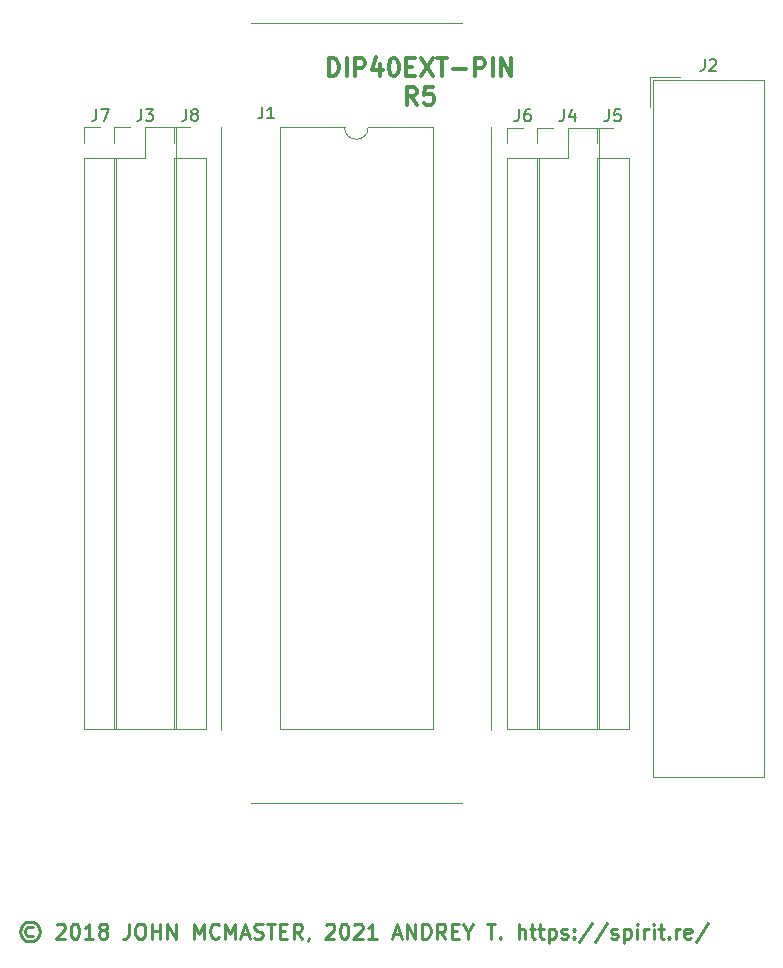
<source format=gbr>
%TF.GenerationSoftware,KiCad,Pcbnew,(5.99.0-7714-g70c397a9b4)*%
%TF.CreationDate,2021-02-07T01:03:56+03:00*%
%TF.ProjectId,dipext-pin_r4,64697065-7874-42d7-9069-6e5f72342e6b,rev?*%
%TF.SameCoordinates,Original*%
%TF.FileFunction,Legend,Top*%
%TF.FilePolarity,Positive*%
%FSLAX46Y46*%
G04 Gerber Fmt 4.6, Leading zero omitted, Abs format (unit mm)*
G04 Created by KiCad (PCBNEW (5.99.0-7714-g70c397a9b4)) date 2021-02-07 01:03:56*
%MOMM*%
%LPD*%
G01*
G04 APERTURE LIST*
%ADD10C,0.300000*%
%ADD11C,0.250000*%
%ADD12C,0.150000*%
%ADD13C,0.120000*%
G04 APERTURE END LIST*
D10*
X62186513Y-40746072D02*
X62186513Y-39246072D01*
X62543656Y-39246072D01*
X62757941Y-39317501D01*
X62900799Y-39460358D01*
X62972227Y-39603215D01*
X63043656Y-39888929D01*
X63043656Y-40103215D01*
X62972227Y-40388929D01*
X62900799Y-40531786D01*
X62757941Y-40674643D01*
X62543656Y-40746072D01*
X62186513Y-40746072D01*
X63686513Y-40746072D02*
X63686513Y-39246072D01*
X64400799Y-40746072D02*
X64400799Y-39246072D01*
X64972227Y-39246072D01*
X65115084Y-39317501D01*
X65186513Y-39388929D01*
X65257941Y-39531786D01*
X65257941Y-39746072D01*
X65186513Y-39888929D01*
X65115084Y-39960358D01*
X64972227Y-40031786D01*
X64400799Y-40031786D01*
X66543656Y-39746072D02*
X66543656Y-40746072D01*
X66186513Y-39174643D02*
X65829370Y-40246072D01*
X66757941Y-40246072D01*
X67615084Y-39246072D02*
X67757941Y-39246072D01*
X67900799Y-39317501D01*
X67972227Y-39388929D01*
X68043656Y-39531786D01*
X68115084Y-39817501D01*
X68115084Y-40174643D01*
X68043656Y-40460358D01*
X67972227Y-40603215D01*
X67900799Y-40674643D01*
X67757941Y-40746072D01*
X67615084Y-40746072D01*
X67472227Y-40674643D01*
X67400799Y-40603215D01*
X67329370Y-40460358D01*
X67257941Y-40174643D01*
X67257941Y-39817501D01*
X67329370Y-39531786D01*
X67400799Y-39388929D01*
X67472227Y-39317501D01*
X67615084Y-39246072D01*
X68757941Y-39960358D02*
X69257941Y-39960358D01*
X69472227Y-40746072D02*
X68757941Y-40746072D01*
X68757941Y-39246072D01*
X69472227Y-39246072D01*
X69972227Y-39246072D02*
X70972227Y-40746072D01*
X70972227Y-39246072D02*
X69972227Y-40746072D01*
X71329370Y-39246072D02*
X72186513Y-39246072D01*
X71757941Y-40746072D02*
X71757941Y-39246072D01*
X72686513Y-40174643D02*
X73829370Y-40174643D01*
X74543656Y-40746072D02*
X74543656Y-39246072D01*
X75115084Y-39246072D01*
X75257941Y-39317501D01*
X75329370Y-39388929D01*
X75400799Y-39531786D01*
X75400799Y-39746072D01*
X75329370Y-39888929D01*
X75257941Y-39960358D01*
X75115084Y-40031786D01*
X74543656Y-40031786D01*
X76043656Y-40746072D02*
X76043656Y-39246072D01*
X76757941Y-40746072D02*
X76757941Y-39246072D01*
X77615084Y-40746072D01*
X77615084Y-39246072D01*
X69650799Y-43161072D02*
X69150799Y-42446786D01*
X68793656Y-43161072D02*
X68793656Y-41661072D01*
X69365084Y-41661072D01*
X69507941Y-41732501D01*
X69579370Y-41803929D01*
X69650799Y-41946786D01*
X69650799Y-42161072D01*
X69579370Y-42303929D01*
X69507941Y-42375358D01*
X69365084Y-42446786D01*
X68793656Y-42446786D01*
X71007941Y-41661072D02*
X70293656Y-41661072D01*
X70222227Y-42375358D01*
X70293656Y-42303929D01*
X70436513Y-42232501D01*
X70793656Y-42232501D01*
X70936513Y-42303929D01*
X71007941Y-42375358D01*
X71079370Y-42518215D01*
X71079370Y-42875358D01*
X71007941Y-43018215D01*
X70936513Y-43089643D01*
X70793656Y-43161072D01*
X70436513Y-43161072D01*
X70293656Y-43089643D01*
X70222227Y-43018215D01*
D11*
X37119647Y-112820895D02*
X37000600Y-112761371D01*
X36762504Y-112761371D01*
X36643457Y-112820895D01*
X36524409Y-112939942D01*
X36464885Y-113058990D01*
X36464885Y-113297085D01*
X36524409Y-113416133D01*
X36643457Y-113535180D01*
X36762504Y-113594704D01*
X37000600Y-113594704D01*
X37119647Y-113535180D01*
X36881552Y-112344704D02*
X36583933Y-112404228D01*
X36286314Y-112582800D01*
X36107742Y-112880419D01*
X36048219Y-113178038D01*
X36107742Y-113475657D01*
X36286314Y-113773276D01*
X36583933Y-113951847D01*
X36881552Y-114011371D01*
X37179171Y-113951847D01*
X37476790Y-113773276D01*
X37655361Y-113475657D01*
X37714885Y-113178038D01*
X37655361Y-112880419D01*
X37476790Y-112582800D01*
X37179171Y-112404228D01*
X36881552Y-112344704D01*
X39143457Y-112642323D02*
X39202980Y-112582800D01*
X39322028Y-112523276D01*
X39619647Y-112523276D01*
X39738695Y-112582800D01*
X39798219Y-112642323D01*
X39857742Y-112761371D01*
X39857742Y-112880419D01*
X39798219Y-113058990D01*
X39083933Y-113773276D01*
X39857742Y-113773276D01*
X40631552Y-112523276D02*
X40750600Y-112523276D01*
X40869647Y-112582800D01*
X40929171Y-112642323D01*
X40988695Y-112761371D01*
X41048219Y-112999466D01*
X41048219Y-113297085D01*
X40988695Y-113535180D01*
X40929171Y-113654228D01*
X40869647Y-113713752D01*
X40750600Y-113773276D01*
X40631552Y-113773276D01*
X40512504Y-113713752D01*
X40452980Y-113654228D01*
X40393457Y-113535180D01*
X40333933Y-113297085D01*
X40333933Y-112999466D01*
X40393457Y-112761371D01*
X40452980Y-112642323D01*
X40512504Y-112582800D01*
X40631552Y-112523276D01*
X42238695Y-113773276D02*
X41524409Y-113773276D01*
X41881552Y-113773276D02*
X41881552Y-112523276D01*
X41762504Y-112701847D01*
X41643457Y-112820895D01*
X41524409Y-112880419D01*
X42952980Y-113058990D02*
X42833933Y-112999466D01*
X42774409Y-112939942D01*
X42714885Y-112820895D01*
X42714885Y-112761371D01*
X42774409Y-112642323D01*
X42833933Y-112582800D01*
X42952980Y-112523276D01*
X43191076Y-112523276D01*
X43310123Y-112582800D01*
X43369647Y-112642323D01*
X43429171Y-112761371D01*
X43429171Y-112820895D01*
X43369647Y-112939942D01*
X43310123Y-112999466D01*
X43191076Y-113058990D01*
X42952980Y-113058990D01*
X42833933Y-113118514D01*
X42774409Y-113178038D01*
X42714885Y-113297085D01*
X42714885Y-113535180D01*
X42774409Y-113654228D01*
X42833933Y-113713752D01*
X42952980Y-113773276D01*
X43191076Y-113773276D01*
X43310123Y-113713752D01*
X43369647Y-113654228D01*
X43429171Y-113535180D01*
X43429171Y-113297085D01*
X43369647Y-113178038D01*
X43310123Y-113118514D01*
X43191076Y-113058990D01*
X45274409Y-112523276D02*
X45274409Y-113416133D01*
X45214885Y-113594704D01*
X45095838Y-113713752D01*
X44917266Y-113773276D01*
X44798219Y-113773276D01*
X46107742Y-112523276D02*
X46345838Y-112523276D01*
X46464885Y-112582800D01*
X46583933Y-112701847D01*
X46643457Y-112939942D01*
X46643457Y-113356609D01*
X46583933Y-113594704D01*
X46464885Y-113713752D01*
X46345838Y-113773276D01*
X46107742Y-113773276D01*
X45988695Y-113713752D01*
X45869647Y-113594704D01*
X45810123Y-113356609D01*
X45810123Y-112939942D01*
X45869647Y-112701847D01*
X45988695Y-112582800D01*
X46107742Y-112523276D01*
X47179171Y-113773276D02*
X47179171Y-112523276D01*
X47179171Y-113118514D02*
X47893457Y-113118514D01*
X47893457Y-113773276D02*
X47893457Y-112523276D01*
X48488695Y-113773276D02*
X48488695Y-112523276D01*
X49202980Y-113773276D01*
X49202980Y-112523276D01*
X50750600Y-113773276D02*
X50750600Y-112523276D01*
X51167266Y-113416133D01*
X51583933Y-112523276D01*
X51583933Y-113773276D01*
X52893457Y-113654228D02*
X52833933Y-113713752D01*
X52655361Y-113773276D01*
X52536314Y-113773276D01*
X52357742Y-113713752D01*
X52238695Y-113594704D01*
X52179171Y-113475657D01*
X52119647Y-113237561D01*
X52119647Y-113058990D01*
X52179171Y-112820895D01*
X52238695Y-112701847D01*
X52357742Y-112582800D01*
X52536314Y-112523276D01*
X52655361Y-112523276D01*
X52833933Y-112582800D01*
X52893457Y-112642323D01*
X53429171Y-113773276D02*
X53429171Y-112523276D01*
X53845838Y-113416133D01*
X54262504Y-112523276D01*
X54262504Y-113773276D01*
X54798219Y-113416133D02*
X55393457Y-113416133D01*
X54679171Y-113773276D02*
X55095838Y-112523276D01*
X55512504Y-113773276D01*
X55869647Y-113713752D02*
X56048219Y-113773276D01*
X56345838Y-113773276D01*
X56464885Y-113713752D01*
X56524409Y-113654228D01*
X56583933Y-113535180D01*
X56583933Y-113416133D01*
X56524409Y-113297085D01*
X56464885Y-113237561D01*
X56345838Y-113178038D01*
X56107742Y-113118514D01*
X55988695Y-113058990D01*
X55929171Y-112999466D01*
X55869647Y-112880419D01*
X55869647Y-112761371D01*
X55929171Y-112642323D01*
X55988695Y-112582800D01*
X56107742Y-112523276D01*
X56405361Y-112523276D01*
X56583933Y-112582800D01*
X56941076Y-112523276D02*
X57655361Y-112523276D01*
X57298219Y-113773276D02*
X57298219Y-112523276D01*
X58072028Y-113118514D02*
X58488695Y-113118514D01*
X58667266Y-113773276D02*
X58072028Y-113773276D01*
X58072028Y-112523276D01*
X58667266Y-112523276D01*
X59917266Y-113773276D02*
X59500600Y-113178038D01*
X59202980Y-113773276D02*
X59202980Y-112523276D01*
X59679171Y-112523276D01*
X59798219Y-112582800D01*
X59857742Y-112642323D01*
X59917266Y-112761371D01*
X59917266Y-112939942D01*
X59857742Y-113058990D01*
X59798219Y-113118514D01*
X59679171Y-113178038D01*
X59202980Y-113178038D01*
X60512504Y-113713752D02*
X60512504Y-113773276D01*
X60452980Y-113892323D01*
X60393457Y-113951847D01*
X61941076Y-112642323D02*
X62000600Y-112582800D01*
X62119647Y-112523276D01*
X62417266Y-112523276D01*
X62536314Y-112582800D01*
X62595838Y-112642323D01*
X62655361Y-112761371D01*
X62655361Y-112880419D01*
X62595838Y-113058990D01*
X61881552Y-113773276D01*
X62655361Y-113773276D01*
X63429171Y-112523276D02*
X63548219Y-112523276D01*
X63667266Y-112582800D01*
X63726790Y-112642323D01*
X63786314Y-112761371D01*
X63845838Y-112999466D01*
X63845838Y-113297085D01*
X63786314Y-113535180D01*
X63726790Y-113654228D01*
X63667266Y-113713752D01*
X63548219Y-113773276D01*
X63429171Y-113773276D01*
X63310123Y-113713752D01*
X63250600Y-113654228D01*
X63191076Y-113535180D01*
X63131552Y-113297085D01*
X63131552Y-112999466D01*
X63191076Y-112761371D01*
X63250600Y-112642323D01*
X63310123Y-112582800D01*
X63429171Y-112523276D01*
X64322028Y-112642323D02*
X64381552Y-112582800D01*
X64500600Y-112523276D01*
X64798219Y-112523276D01*
X64917266Y-112582800D01*
X64976790Y-112642323D01*
X65036314Y-112761371D01*
X65036314Y-112880419D01*
X64976790Y-113058990D01*
X64262504Y-113773276D01*
X65036314Y-113773276D01*
X66226790Y-113773276D02*
X65512504Y-113773276D01*
X65869647Y-113773276D02*
X65869647Y-112523276D01*
X65750600Y-112701847D01*
X65631552Y-112820895D01*
X65512504Y-112880419D01*
X67655361Y-113416133D02*
X68250600Y-113416133D01*
X67536314Y-113773276D02*
X67952980Y-112523276D01*
X68369647Y-113773276D01*
X68786314Y-113773276D02*
X68786314Y-112523276D01*
X69500600Y-113773276D01*
X69500600Y-112523276D01*
X70095838Y-113773276D02*
X70095838Y-112523276D01*
X70393457Y-112523276D01*
X70572028Y-112582800D01*
X70691076Y-112701847D01*
X70750600Y-112820895D01*
X70810123Y-113058990D01*
X70810123Y-113237561D01*
X70750600Y-113475657D01*
X70691076Y-113594704D01*
X70572028Y-113713752D01*
X70393457Y-113773276D01*
X70095838Y-113773276D01*
X72060123Y-113773276D02*
X71643457Y-113178038D01*
X71345838Y-113773276D02*
X71345838Y-112523276D01*
X71822028Y-112523276D01*
X71941076Y-112582800D01*
X72000600Y-112642323D01*
X72060123Y-112761371D01*
X72060123Y-112939942D01*
X72000600Y-113058990D01*
X71941076Y-113118514D01*
X71822028Y-113178038D01*
X71345838Y-113178038D01*
X72595838Y-113118514D02*
X73012504Y-113118514D01*
X73191076Y-113773276D02*
X72595838Y-113773276D01*
X72595838Y-112523276D01*
X73191076Y-112523276D01*
X73964885Y-113178038D02*
X73964885Y-113773276D01*
X73548219Y-112523276D02*
X73964885Y-113178038D01*
X74381552Y-112523276D01*
X75572028Y-112523276D02*
X76286314Y-112523276D01*
X75929171Y-113773276D02*
X75929171Y-112523276D01*
X76702980Y-113654228D02*
X76762504Y-113713752D01*
X76702980Y-113773276D01*
X76643457Y-113713752D01*
X76702980Y-113654228D01*
X76702980Y-113773276D01*
X78250600Y-113773276D02*
X78250600Y-112523276D01*
X78786314Y-113773276D02*
X78786314Y-113118514D01*
X78726790Y-112999466D01*
X78607742Y-112939942D01*
X78429171Y-112939942D01*
X78310123Y-112999466D01*
X78250600Y-113058990D01*
X79202980Y-112939942D02*
X79679171Y-112939942D01*
X79381552Y-112523276D02*
X79381552Y-113594704D01*
X79441076Y-113713752D01*
X79560123Y-113773276D01*
X79679171Y-113773276D01*
X79917266Y-112939942D02*
X80393457Y-112939942D01*
X80095838Y-112523276D02*
X80095838Y-113594704D01*
X80155361Y-113713752D01*
X80274409Y-113773276D01*
X80393457Y-113773276D01*
X80810123Y-112939942D02*
X80810123Y-114189942D01*
X80810123Y-112999466D02*
X80929171Y-112939942D01*
X81167266Y-112939942D01*
X81286314Y-112999466D01*
X81345838Y-113058990D01*
X81405361Y-113178038D01*
X81405361Y-113535180D01*
X81345838Y-113654228D01*
X81286314Y-113713752D01*
X81167266Y-113773276D01*
X80929171Y-113773276D01*
X80810123Y-113713752D01*
X81881552Y-113713752D02*
X82000600Y-113773276D01*
X82238695Y-113773276D01*
X82357742Y-113713752D01*
X82417266Y-113594704D01*
X82417266Y-113535180D01*
X82357742Y-113416133D01*
X82238695Y-113356609D01*
X82060123Y-113356609D01*
X81941076Y-113297085D01*
X81881552Y-113178038D01*
X81881552Y-113118514D01*
X81941076Y-112999466D01*
X82060123Y-112939942D01*
X82238695Y-112939942D01*
X82357742Y-112999466D01*
X82952980Y-113654228D02*
X83012504Y-113713752D01*
X82952980Y-113773276D01*
X82893457Y-113713752D01*
X82952980Y-113654228D01*
X82952980Y-113773276D01*
X82952980Y-112999466D02*
X83012504Y-113058990D01*
X82952980Y-113118514D01*
X82893457Y-113058990D01*
X82952980Y-112999466D01*
X82952980Y-113118514D01*
X84441076Y-112463752D02*
X83369647Y-114070895D01*
X85750600Y-112463752D02*
X84679171Y-114070895D01*
X86107742Y-113713752D02*
X86226790Y-113773276D01*
X86464885Y-113773276D01*
X86583933Y-113713752D01*
X86643457Y-113594704D01*
X86643457Y-113535180D01*
X86583933Y-113416133D01*
X86464885Y-113356609D01*
X86286314Y-113356609D01*
X86167266Y-113297085D01*
X86107742Y-113178038D01*
X86107742Y-113118514D01*
X86167266Y-112999466D01*
X86286314Y-112939942D01*
X86464885Y-112939942D01*
X86583933Y-112999466D01*
X87179171Y-112939942D02*
X87179171Y-114189942D01*
X87179171Y-112999466D02*
X87298219Y-112939942D01*
X87536314Y-112939942D01*
X87655361Y-112999466D01*
X87714885Y-113058990D01*
X87774409Y-113178038D01*
X87774409Y-113535180D01*
X87714885Y-113654228D01*
X87655361Y-113713752D01*
X87536314Y-113773276D01*
X87298219Y-113773276D01*
X87179171Y-113713752D01*
X88310123Y-113773276D02*
X88310123Y-112939942D01*
X88310123Y-112523276D02*
X88250600Y-112582800D01*
X88310123Y-112642323D01*
X88369647Y-112582800D01*
X88310123Y-112523276D01*
X88310123Y-112642323D01*
X88905361Y-113773276D02*
X88905361Y-112939942D01*
X88905361Y-113178038D02*
X88964885Y-113058990D01*
X89024409Y-112999466D01*
X89143457Y-112939942D01*
X89262504Y-112939942D01*
X89679171Y-113773276D02*
X89679171Y-112939942D01*
X89679171Y-112523276D02*
X89619647Y-112582800D01*
X89679171Y-112642323D01*
X89738695Y-112582800D01*
X89679171Y-112523276D01*
X89679171Y-112642323D01*
X90095838Y-112939942D02*
X90572028Y-112939942D01*
X90274409Y-112523276D02*
X90274409Y-113594704D01*
X90333933Y-113713752D01*
X90452980Y-113773276D01*
X90572028Y-113773276D01*
X90988695Y-113654228D02*
X91048219Y-113713752D01*
X90988695Y-113773276D01*
X90929171Y-113713752D01*
X90988695Y-113654228D01*
X90988695Y-113773276D01*
X91583933Y-113773276D02*
X91583933Y-112939942D01*
X91583933Y-113178038D02*
X91643457Y-113058990D01*
X91702980Y-112999466D01*
X91822028Y-112939942D01*
X91941076Y-112939942D01*
X92833933Y-113713752D02*
X92714885Y-113773276D01*
X92476790Y-113773276D01*
X92357742Y-113713752D01*
X92298219Y-113594704D01*
X92298219Y-113118514D01*
X92357742Y-112999466D01*
X92476790Y-112939942D01*
X92714885Y-112939942D01*
X92833933Y-112999466D01*
X92893457Y-113118514D01*
X92893457Y-113237561D01*
X92298219Y-113356609D01*
X94322028Y-112463752D02*
X93250600Y-114070895D01*
D12*
%TO.C,J7*%
X42491065Y-43553581D02*
X42491065Y-44267867D01*
X42443446Y-44410724D01*
X42348208Y-44505962D01*
X42205351Y-44553581D01*
X42110113Y-44553581D01*
X42872018Y-43553581D02*
X43538684Y-43553581D01*
X43110113Y-44553581D01*
%TO.C,J1*%
X56562665Y-43343581D02*
X56562665Y-44057867D01*
X56515046Y-44200724D01*
X56419808Y-44295962D01*
X56276951Y-44343581D01*
X56181713Y-44343581D01*
X57562665Y-44343581D02*
X56991237Y-44343581D01*
X57276951Y-44343581D02*
X57276951Y-43343581D01*
X57181713Y-43486439D01*
X57086475Y-43581677D01*
X56991237Y-43629296D01*
%TO.C,J2*%
X94002265Y-39304981D02*
X94002265Y-40019267D01*
X93954646Y-40162124D01*
X93859408Y-40257362D01*
X93716551Y-40304981D01*
X93621313Y-40304981D01*
X94430837Y-39400220D02*
X94478456Y-39352601D01*
X94573694Y-39304981D01*
X94811789Y-39304981D01*
X94907027Y-39352601D01*
X94954646Y-39400220D01*
X95002265Y-39495458D01*
X95002265Y-39590696D01*
X94954646Y-39733553D01*
X94383218Y-40304981D01*
X95002265Y-40304981D01*
%TO.C,J3*%
X46301065Y-43553581D02*
X46301065Y-44267867D01*
X46253446Y-44410724D01*
X46158208Y-44505962D01*
X46015351Y-44553581D01*
X45920113Y-44553581D01*
X46682018Y-43553581D02*
X47301065Y-43553581D01*
X46967732Y-43934534D01*
X47110589Y-43934534D01*
X47205827Y-43982153D01*
X47253446Y-44029772D01*
X47301065Y-44125010D01*
X47301065Y-44363105D01*
X47253446Y-44458343D01*
X47205827Y-44505962D01*
X47110589Y-44553581D01*
X46824875Y-44553581D01*
X46729637Y-44505962D01*
X46682018Y-44458343D01*
%TO.C,J4*%
X82089665Y-43578981D02*
X82089665Y-44293267D01*
X82042046Y-44436124D01*
X81946808Y-44531362D01*
X81803951Y-44578981D01*
X81708713Y-44578981D01*
X82994427Y-43912315D02*
X82994427Y-44578981D01*
X82756332Y-43531362D02*
X82518237Y-44245648D01*
X83137284Y-44245648D01*
%TO.C,J8*%
X50110865Y-43553581D02*
X50110865Y-44267867D01*
X50063246Y-44410724D01*
X49968008Y-44505962D01*
X49825151Y-44553581D01*
X49729913Y-44553581D01*
X50729913Y-43982153D02*
X50634675Y-43934534D01*
X50587056Y-43886915D01*
X50539437Y-43791677D01*
X50539437Y-43744058D01*
X50587056Y-43648820D01*
X50634675Y-43601201D01*
X50729913Y-43553581D01*
X50920389Y-43553581D01*
X51015627Y-43601201D01*
X51063246Y-43648820D01*
X51110865Y-43744058D01*
X51110865Y-43791677D01*
X51063246Y-43886915D01*
X51015627Y-43934534D01*
X50920389Y-43982153D01*
X50729913Y-43982153D01*
X50634675Y-44029772D01*
X50587056Y-44077391D01*
X50539437Y-44172629D01*
X50539437Y-44363105D01*
X50587056Y-44458343D01*
X50634675Y-44505962D01*
X50729913Y-44553581D01*
X50920389Y-44553581D01*
X51015627Y-44505962D01*
X51063246Y-44458343D01*
X51110865Y-44363105D01*
X51110865Y-44172629D01*
X51063246Y-44077391D01*
X51015627Y-44029772D01*
X50920389Y-43982153D01*
%TO.C,J6*%
X78280065Y-43578981D02*
X78280065Y-44293267D01*
X78232446Y-44436124D01*
X78137208Y-44531362D01*
X77994351Y-44578981D01*
X77899113Y-44578981D01*
X79184827Y-43578981D02*
X78994351Y-43578981D01*
X78899113Y-43626601D01*
X78851494Y-43674220D01*
X78756256Y-43817077D01*
X78708637Y-44007553D01*
X78708637Y-44388505D01*
X78756256Y-44483743D01*
X78803875Y-44531362D01*
X78899113Y-44578981D01*
X79089589Y-44578981D01*
X79184827Y-44531362D01*
X79232446Y-44483743D01*
X79280065Y-44388505D01*
X79280065Y-44150410D01*
X79232446Y-44055172D01*
X79184827Y-44007553D01*
X79089589Y-43959934D01*
X78899113Y-43959934D01*
X78803875Y-44007553D01*
X78756256Y-44055172D01*
X78708637Y-44150410D01*
%TO.C,J5*%
X85899265Y-43578981D02*
X85899265Y-44293267D01*
X85851646Y-44436124D01*
X85756408Y-44531362D01*
X85613551Y-44578981D01*
X85518313Y-44578981D01*
X86851646Y-43578981D02*
X86375456Y-43578981D01*
X86327837Y-44055172D01*
X86375456Y-44007553D01*
X86470694Y-43959934D01*
X86708789Y-43959934D01*
X86804027Y-44007553D01*
X86851646Y-44055172D01*
X86899265Y-44150410D01*
X86899265Y-44388505D01*
X86851646Y-44483743D01*
X86804027Y-44531362D01*
X86708789Y-44578981D01*
X86470694Y-44578981D01*
X86375456Y-44531362D01*
X86327837Y-44483743D01*
D13*
%TO.C,J7*%
X41494399Y-47701201D02*
X44154399Y-47701201D01*
X41494399Y-45101201D02*
X42824399Y-45101201D01*
X41494399Y-47701201D02*
X41494399Y-96021201D01*
X41494399Y-96021201D02*
X44154399Y-96021201D01*
X41494399Y-46431201D02*
X41494399Y-45101201D01*
X44154399Y-47701201D02*
X44154399Y-96021201D01*
%TO.C,J1*%
X53085999Y-45041201D02*
X53085999Y-96081201D01*
X75945999Y-96081201D02*
X75945999Y-45041201D01*
X58055999Y-45101201D02*
X58055999Y-96021201D01*
X55565999Y-102311201D02*
X73465999Y-102311201D01*
X70975999Y-45101201D02*
X65515999Y-45101201D01*
X58055999Y-96021201D02*
X70975999Y-96021201D01*
X63515999Y-45101201D02*
X58055999Y-45101201D01*
X70975999Y-96021201D02*
X70975999Y-45101201D01*
X73465999Y-36271201D02*
X55565999Y-36271201D01*
X65515999Y-45101201D02*
G75*
G02*
X63515999Y-45101201I-1000000J0D01*
G01*
%TO.C,J2*%
X89660599Y-41106601D02*
X99010599Y-41106601D01*
X89660599Y-100066601D02*
X89660599Y-41106601D01*
X89410599Y-40856601D02*
X89410599Y-43396601D01*
X99010599Y-100066601D02*
X89660599Y-100066601D01*
X99010599Y-41106601D02*
X99010599Y-100066601D01*
X89410599Y-40856601D02*
X91950599Y-40856601D01*
%TO.C,J3*%
X46634399Y-47701201D02*
X46634399Y-45101201D01*
X44034399Y-45101201D02*
X45364399Y-45101201D01*
X44034399Y-47701201D02*
X46634399Y-47701201D01*
X46634399Y-45101201D02*
X49234399Y-45101201D01*
X44034399Y-47701201D02*
X44034399Y-96021201D01*
X49234399Y-45101201D02*
X49234399Y-96021201D01*
X44034399Y-96021201D02*
X49234399Y-96021201D01*
X44034399Y-46431201D02*
X44034399Y-45101201D01*
%TO.C,J4*%
X79822999Y-45126601D02*
X81152999Y-45126601D01*
X82422999Y-45126601D02*
X85022999Y-45126601D01*
X82422999Y-47726601D02*
X82422999Y-45126601D01*
X79822999Y-47726601D02*
X79822999Y-96046601D01*
X85022999Y-45126601D02*
X85022999Y-96046601D01*
X79822999Y-46456601D02*
X79822999Y-45126601D01*
X79822999Y-47726601D02*
X82422999Y-47726601D01*
X79822999Y-96046601D02*
X85022999Y-96046601D01*
%TO.C,J8*%
X49114199Y-47701201D02*
X51774199Y-47701201D01*
X49114199Y-96021201D02*
X51774199Y-96021201D01*
X49114199Y-45101201D02*
X50444199Y-45101201D01*
X51774199Y-47701201D02*
X51774199Y-96021201D01*
X49114199Y-46431201D02*
X49114199Y-45101201D01*
X49114199Y-47701201D02*
X49114199Y-96021201D01*
%TO.C,J6*%
X77283399Y-96046601D02*
X79943399Y-96046601D01*
X77283399Y-47726601D02*
X77283399Y-96046601D01*
X77283399Y-46456601D02*
X77283399Y-45126601D01*
X77283399Y-47726601D02*
X79943399Y-47726601D01*
X79943399Y-47726601D02*
X79943399Y-96046601D01*
X77283399Y-45126601D02*
X78613399Y-45126601D01*
%TO.C,J5*%
X87562599Y-47726601D02*
X87562599Y-96046601D01*
X84902599Y-45126601D02*
X86232599Y-45126601D01*
X84902599Y-47726601D02*
X84902599Y-96046601D01*
X84902599Y-47726601D02*
X87562599Y-47726601D01*
X84902599Y-96046601D02*
X87562599Y-96046601D01*
X84902599Y-46456601D02*
X84902599Y-45126601D01*
%TD*%
M02*

</source>
